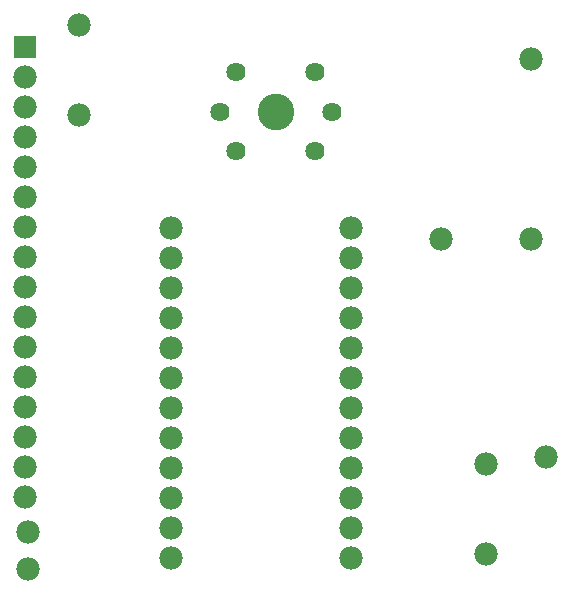
<source format=gts>
G75*
%MOIN*%
%OFA0B0*%
%FSLAX25Y25*%
%IPPOS*%
%LPD*%
%AMOC8*
5,1,8,0,0,1.08239X$1,22.5*
%
%ADD10C,0.07800*%
%ADD11R,0.07800X0.07800*%
%ADD12C,0.06400*%
%ADD13C,0.12211*%
D10*
X0399810Y0134865D03*
X0399810Y0144865D03*
X0399810Y0154865D03*
X0399810Y0164865D03*
X0399810Y0174865D03*
X0399810Y0184865D03*
X0399810Y0194865D03*
X0399810Y0204865D03*
X0399810Y0214865D03*
X0399810Y0224865D03*
X0399810Y0234865D03*
X0399810Y0244865D03*
X0399810Y0254865D03*
X0399810Y0264865D03*
X0399810Y0274865D03*
X0417664Y0261971D03*
X0417664Y0291971D03*
X0448333Y0224451D03*
X0448333Y0214451D03*
X0448333Y0204451D03*
X0448333Y0194451D03*
X0448333Y0184451D03*
X0448333Y0174451D03*
X0448333Y0164451D03*
X0448333Y0154451D03*
X0448333Y0144451D03*
X0448333Y0134451D03*
X0448333Y0124451D03*
X0448333Y0114451D03*
X0400833Y0110750D03*
X0400833Y0123250D03*
X0508333Y0124451D03*
X0508333Y0114451D03*
X0508333Y0134451D03*
X0508333Y0144451D03*
X0508333Y0154451D03*
X0508333Y0164451D03*
X0508333Y0174451D03*
X0508333Y0184451D03*
X0508333Y0194451D03*
X0508333Y0204451D03*
X0508333Y0214451D03*
X0508333Y0224451D03*
X0538333Y0220750D03*
X0568333Y0220750D03*
X0568333Y0280750D03*
X0573333Y0148250D03*
X0553333Y0145750D03*
X0553333Y0115750D03*
D11*
X0399810Y0284865D03*
D12*
X0464633Y0263250D03*
X0470144Y0250061D03*
X0496522Y0250061D03*
X0502034Y0263250D03*
X0496522Y0276439D03*
X0470144Y0276439D03*
D13*
X0483333Y0263250D03*
M02*

</source>
